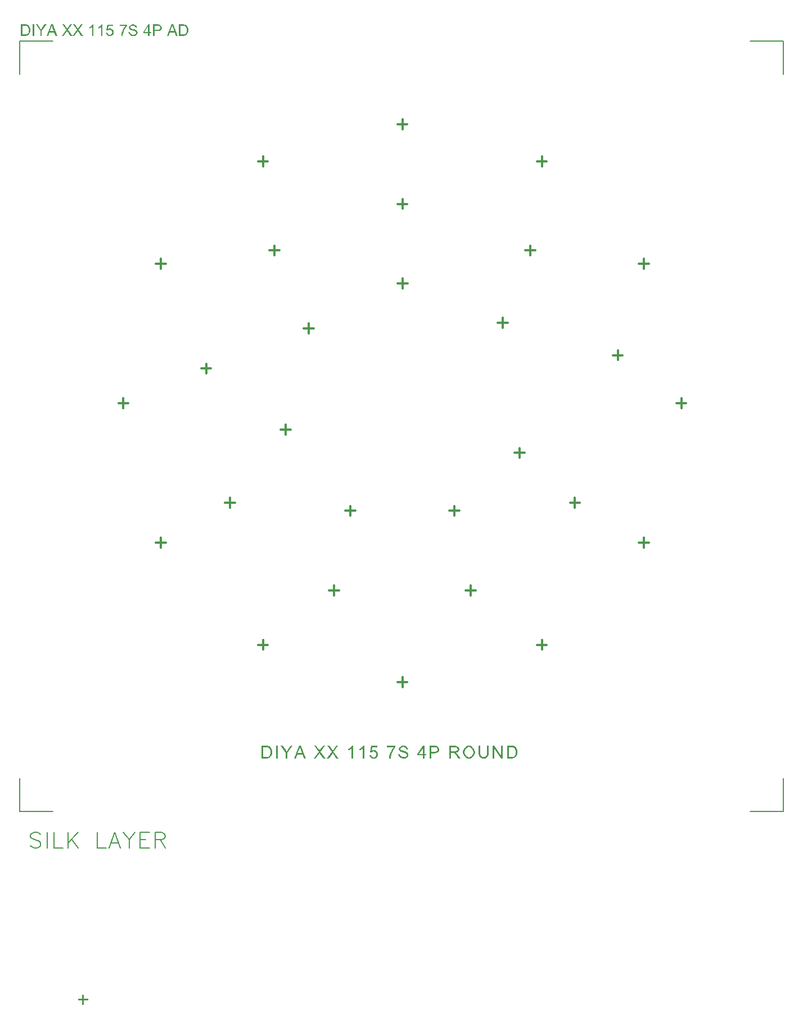
<source format=gbr>
G04 CAM350 V10.2.0 (Build 386) Date:  Sat Feb 01 15:25:49 2025 *
G04 Database: c:\users\comp1\desktop\ajinkya_\gerber data\round 115\round_pcb1.cam *
G04 Layer 37: ident *
%FSLAX24Y24*%
%MOIN*%
%SFA1.000B1.000*%

%MIA0B0*%
%IPPOS*%
%AMmoire1x1x0x0x2x90*
6,0,0,0.00000,0.02559,0.02000,0,0.01000,0.05906,270.00000*
%
%ADD15C,0.00790*%
%ADD309C,0.01181*%
%ADD405moire1x1x0x0x2x90*%
%LNident*%
%LPD*%
G36*
X-21862Y23338D02*
G01Y24020D01*
X-21772*
Y23338*
X-21862*
G37*
G36*
X-7439Y-19494D02*
G01Y-18737D01*
X-7339*
Y-19494*
X-7439*
G37*
G36*
X-17986Y23771D02*
G01Y23851D01*
X-17959Y23866*
X-17929Y23886*
X-17899Y23908*
X-17870Y23933*
X-17843Y23957*
X-17820Y23981*
X-17801Y24004*
X-17789Y24022*
X-17735*
Y23338*
X-17819*
Y23871*
X-17853Y23845*
X-17900Y23815*
X-17948Y23788*
X-17986Y23771*
G37*
G36*
X-18516D02*
G01Y23851D01*
X-18488Y23866*
X-18458Y23886*
X-18428Y23908*
X-18399Y23933*
X-18372Y23957*
X-18349Y23981*
X-18331Y24004*
X-18319Y24022*
X-18265*
Y23338*
X-18348*
Y23871*
X-18382Y23845*
X-18429Y23815*
X-18477Y23788*
X-18516Y23771*
G37*
G36*
X-2503Y-19014D02*
G01Y-18924D01*
X-2472Y-18907*
X-2439Y-18886*
X-2406Y-18861*
X-2374Y-18834*
X-2344Y-18806*
X-2318Y-18779*
X-2297Y-18755*
X-2284Y-18734*
X-2224*
Y-19494*
X-2317*
Y-18902*
X-2354Y-18931*
X-2407Y-18964*
X-2461Y-18994*
X-2503Y-19014*
G37*
G36*
X-3170D02*
G01Y-18924D01*
X-3139Y-18907*
X-3106Y-18886*
X-3073Y-18861*
X-3040Y-18834*
X-3010Y-18806*
X-2984Y-18779*
X-2964Y-18755*
X-2951Y-18734*
X-2891*
Y-19494*
X-2984*
Y-18902*
X-3021Y-18931*
X-3073Y-18964*
X-3127Y-18994*
X-3170Y-19014*
G37*
G36*
X-16722Y23930D02*
G01Y24011D01*
X-16281*
Y23946*
X-16308Y23912*
X-16339Y23868*
X-16373Y23814*
X-16406Y23755*
X-16439Y23693*
X-16468Y23633*
X-16492Y23576*
X-16509Y23526*
X-16520Y23482*
X-16529Y23436*
X-16536Y23388*
X-16541Y23338*
X-16627*
X-16625Y23362*
X-16621Y23391*
X-16604Y23464*
X-16578Y23549*
X-16545Y23641*
X-16506Y23731*
X-16465Y23813*
X-16424Y23882*
X-16406Y23909*
X-16389Y23930*
X-16722*
G37*
G36*
X-17521Y23517D02*
G01X-17433Y23524D01*
X-17427Y23500*
X-17416Y23477*
X-17401Y23455*
X-17383Y23436*
X-17364Y23419*
X-17343Y23407*
X-17322Y23398*
X-17302Y23396*
X-17279Y23399*
X-17255Y23411*
X-17231Y23428*
X-17208Y23450*
X-17188Y23476*
X-17173Y23504*
X-17162Y23533*
X-17158Y23562*
X-17162Y23589*
X-17172Y23616*
X-17188Y23642*
X-17207Y23666*
X-17229Y23686*
X-17254Y23702*
X-17279Y23712*
X-17304Y23716*
X-17320Y23714*
X-17338Y23710*
X-17374Y23694*
X-17406Y23673*
X-17419Y23661*
X-17428Y23650*
X-17506Y23660*
X-17440Y24010*
X-17102*
Y23930*
X-17374*
X-17410Y23747*
X-17379Y23766*
X-17363Y23773*
X-17347Y23779*
X-17331Y23784*
X-17315Y23787*
X-17298Y23789*
X-17282Y23790*
X-17265Y23789*
X-17247Y23784*
X-17229Y23778*
X-17211Y23769*
X-17176Y23746*
X-17142Y23716*
X-17113Y23682*
X-17090Y23645*
X-17082Y23626*
X-17075Y23607*
X-17071Y23588*
X-17070Y23569*
X-17071Y23546*
X-17073Y23525*
X-17077Y23503*
X-17083Y23483*
X-17091Y23463*
X-17100Y23445*
X-17111Y23427*
X-17124Y23410*
X-17141Y23390*
X-17159Y23373*
X-17180Y23359*
X-17201Y23348*
X-17224Y23338*
X-17249Y23332*
X-17275Y23328*
X-17302Y23327*
X-17320Y23328*
X-17338Y23332*
X-17375Y23344*
X-17410Y23364*
X-17444Y23390*
X-17473Y23419*
X-17497Y23451*
X-17513Y23484*
X-17519Y23501*
X-17521Y23517*
G37*
G36*
X-15327Y23501D02*
G01Y23578D01*
X-15016Y24020*
X-14948*
Y23578*
X-14856*
Y23501*
X-14948*
Y23338*
X-15031*
Y23501*
X-15327*
G37*
G36*
X-14736Y23338D02*
G01Y24020D01*
X-14480*
X-14420Y24018*
X-14396Y24016*
X-14376Y24013*
X-14350Y24005*
X-14322Y23990*
X-14295Y23969*
X-14269Y23943*
X-14248Y23913*
X-14231Y23881*
X-14220Y23850*
X-14217Y23822*
X-14218Y23806*
X-14222Y23789*
X-14228Y23771*
X-14236Y23753*
X-14259Y23719*
X-14274Y23702*
X-14290Y23686*
X-14308Y23671*
X-14328Y23658*
X-14349Y23646*
X-14371Y23635*
X-14395Y23627*
X-14419Y23621*
X-14445Y23617*
X-14472Y23615*
X-14646*
Y23338*
X-14736*
G37*
G36*
X-862Y-18836D02*
G01Y-18747D01*
X-372*
Y-18819*
X-402Y-18856*
X-437Y-18906*
X-474Y-18965*
X-511Y-19031*
X-547Y-19099*
X-580Y-19167*
X-606Y-19230*
X-625Y-19286*
X-638Y-19334*
X-648Y-19385*
X-656Y-19438*
X-661Y-19494*
X-756*
X-755Y-19468*
X-750Y-19435*
X-731Y-19354*
X-702Y-19260*
X-665Y-19158*
X-622Y-19058*
X-576Y-18966*
X-531Y-18890*
X-510Y-18860*
X-491Y-18836*
X-862*
G37*
G36*
X-1907Y-19295D02*
G01X-1810Y-19287D01*
X-1803Y-19314*
X-1791Y-19340*
X-1774Y-19364*
X-1754Y-19386*
X-1732Y-19404*
X-1709Y-19418*
X-1686Y-19427*
X-1664Y-19430*
X-1638Y-19426*
X-1611Y-19413*
X-1584Y-19394*
X-1559Y-19369*
X-1537Y-19341*
X-1520Y-19310*
X-1509Y-19278*
X-1504Y-19245*
X-1508Y-19215*
X-1520Y-19185*
X-1537Y-19156*
X-1558Y-19130*
X-1583Y-19108*
X-1610Y-19090*
X-1638Y-19078*
X-1666Y-19074*
X-1684Y-19076*
X-1704Y-19081*
X-1744Y-19099*
X-1780Y-19122*
X-1794Y-19135*
X-1804Y-19147*
X-1891Y-19136*
X-1818Y-18747*
X-1441*
Y-18836*
X-1743*
X-1784Y-19040*
X-1750Y-19019*
X-1732Y-19011*
X-1714Y-19004*
X-1696Y-18999*
X-1678Y-18995*
X-1660Y-18993*
X-1641Y-18992*
X-1622Y-18994*
X-1603Y-18998*
X-1583Y-19005*
X-1563Y-19015*
X-1523Y-19041*
X-1486Y-19074*
X-1454Y-19112*
X-1429Y-19153*
X-1419Y-19175*
X-1412Y-19196*
X-1407Y-19217*
X-1406Y-19237*
X-1407Y-19263*
X-1409Y-19287*
X-1414Y-19310*
X-1421Y-19333*
X-1429Y-19355*
X-1440Y-19376*
X-1452Y-19396*
X-1466Y-19415*
X-1485Y-19436*
X-1505Y-19455*
X-1528Y-19471*
X-1552Y-19484*
X-1577Y-19494*
X-1605Y-19501*
X-1634Y-19505*
X-1664Y-19507*
X-1684Y-19505*
X-1704Y-19501*
X-1745Y-19487*
X-1784Y-19465*
X-1821Y-19437*
X-1854Y-19404*
X-1880Y-19369*
X-1899Y-19332*
X-1904Y-19314*
X-1907Y-19295*
G37*
G36*
X-16195Y23557D02*
G01X-16110Y23565D01*
X-16104Y23538*
X-16090Y23510*
X-16069Y23483*
X-16042Y23459*
X-16010Y23438*
X-15975Y23422*
X-15941Y23411*
X-15909Y23408*
X-15881Y23410*
X-15851Y23418*
X-15822Y23431*
X-15794Y23447*
X-15772Y23466*
X-15754Y23486*
X-15744Y23506*
X-15740Y23523*
X-15742Y23536*
X-15747Y23550*
X-15754Y23563*
X-15764Y23577*
X-15776Y23590*
X-15789Y23602*
X-15804Y23612*
X-15820Y23620*
X-15866Y23633*
X-15943Y23654*
X-16021Y23676*
X-16052Y23687*
X-16073Y23695*
X-16091Y23707*
X-16108Y23723*
X-16125Y23741*
X-16139Y23761*
X-16152Y23783*
X-16161Y23804*
X-16167Y23824*
X-16169Y23843*
X-16168Y23857*
X-16164Y23872*
X-16157Y23888*
X-16148Y23904*
X-16137Y23921*
X-16123Y23937*
X-16090Y23968*
X-16051Y23994*
X-16009Y24014*
X-15967Y24027*
X-15948Y24030*
X-15929Y24031*
X-15910Y24030*
X-15889Y24026*
X-15867Y24021*
X-15844Y24013*
X-15800Y23992*
X-15779Y23979*
X-15759Y23964*
X-15741Y23948*
X-15725Y23931*
X-15710Y23914*
X-15698Y23896*
X-15688Y23878*
X-15680Y23860*
X-15676Y23843*
X-15674Y23828*
X-15760Y23821*
X-15766Y23845*
X-15778Y23869*
X-15795Y23891*
X-15816Y23911*
X-15841Y23927*
X-15868Y23940*
X-15896Y23949*
X-15926Y23952*
X-15956Y23949*
X-15985Y23942*
X-16011Y23930*
X-16035Y23916*
X-16055Y23900*
X-16069Y23883*
X-16079Y23866*
X-16082Y23850*
X-16081Y23832*
X-16076Y23816*
X-16068Y23802*
X-16056Y23789*
X-16038Y23779*
X-16006Y23767*
X-15918Y23741*
X-15828Y23716*
X-15769Y23697*
X-15747Y23684*
X-15726Y23667*
X-15707Y23647*
X-15689Y23624*
X-15674Y23600*
X-15663Y23576*
X-15656Y23552*
X-15653Y23531*
X-15655Y23516*
X-15659Y23500*
X-15666Y23483*
X-15676Y23466*
X-15688Y23448*
X-15702Y23430*
X-15737Y23397*
X-15778Y23368*
X-15822Y23346*
X-15844Y23338*
X-15865Y23332*
X-15886Y23328*
X-15905Y23327*
X-15929Y23328*
X-15954Y23332*
X-15979Y23338*
X-16005Y23347*
X-16030Y23357*
X-16055Y23370*
X-16078Y23385*
X-16100Y23402*
X-16121Y23420*
X-16139Y23439*
X-16155Y23459*
X-16169Y23479*
X-16180Y23500*
X-16188Y23520*
X-16193Y23539*
X-16195Y23557*
G37*
G36*
X-13203Y23338D02*
G01Y24020D01*
X-12968*
X-12931Y24019*
X-12898Y24017*
X-12870Y24014*
X-12847Y24010*
X-12819Y24002*
X-12793Y23991*
X-12769Y23977*
X-12747Y23961*
X-12727Y23940*
X-12708Y23911*
X-12690Y23877*
X-12673Y23839*
X-12660Y23799*
X-12649Y23758*
X-12642Y23719*
X-12640Y23683*
X-12642Y23651*
X-12648Y23617*
X-12657Y23582*
X-12669Y23548*
X-12685Y23514*
X-12702Y23483*
X-12722Y23455*
X-12744Y23430*
X-12768Y23407*
X-12794Y23389*
X-12821Y23373*
X-12848Y23360*
X-12877Y23350*
X-12905Y23344*
X-12932Y23339*
X-12957Y23338*
X-13203*
G37*
G36*
X-22564D02*
G01Y24020D01*
X-22330*
X-22293Y24019*
X-22260Y24017*
X-22232Y24014*
X-22209Y24010*
X-22181Y24002*
X-22154Y23991*
X-22131Y23977*
X-22109Y23961*
X-22089Y23940*
X-22069Y23911*
X-22051Y23877*
X-22035Y23839*
X-22021Y23799*
X-22011Y23758*
X-22004Y23719*
X-22001Y23683*
X-22004Y23651*
X-22009Y23617*
X-22019Y23582*
X-22031Y23548*
X-22046Y23514*
X-22064Y23483*
X-22084Y23455*
X-22105Y23430*
X-22130Y23407*
X-22155Y23389*
X-22182Y23373*
X-22210Y23360*
X-22239Y23350*
X-22267Y23344*
X-22294Y23339*
X-22319Y23338*
X-22564*
G37*
G36*
X924Y-19313D02*
G01Y-19227D01*
X1270Y-18737*
X1346*
Y-19227*
X1448*
Y-19313*
X1346*
Y-19494*
X1253*
Y-19313*
X924*
G37*
G36*
X-21684Y24020D02*
G01X-21574D01*
X-21440Y23814*
X-21404Y23757*
X-21370Y23699*
X-21337Y23756*
X-21296Y23819*
X-21164Y24020*
X-21059*
X-21331Y23627*
Y23338*
X-21421*
Y23627*
X-21684Y24020*
G37*
G36*
X-19514Y23338D02*
G01X-19251Y23693D01*
X-19483Y24020*
X-19375*
X-19252Y23845*
X-19219Y23797*
X-19197Y23761*
X-19172Y23799*
X-19143Y23839*
X-19006Y24020*
X-18908*
X-19147Y23699*
X-18890Y23338*
X-19001*
X-19173Y23581*
X-19202Y23627*
X-19235Y23576*
X-19406Y23338*
X-19514*
G37*
G36*
X-20149D02*
G01X-19885Y23693D01*
X-20117Y24020*
X-20010*
X-19887Y23845*
X-19854Y23797*
X-19832Y23761*
X-19807Y23799*
X-19778Y23839*
X-19641Y24020*
X-19543*
X-19782Y23699*
X-19524Y23338*
X-19636*
X-19807Y23581*
X-19837Y23627*
X-19869Y23576*
X-20040Y23338*
X-20149*
G37*
G36*
X-13912D02*
G01X-13651Y24020D01*
X-13554*
X-13275Y23338*
X-13378*
X-13457Y23545*
X-13742*
X-13817Y23338*
X-13912*
G37*
G36*
X-21053D02*
G01X-20792Y24020D01*
X-20694*
X-20416Y23338*
X-20518*
X-20598Y23545*
X-20883*
X-20957Y23338*
X-21053*
G37*
G36*
X1659Y-19494D02*
G01Y-18737D01*
X1945*
X2011Y-18739*
X2038Y-18741*
X2060Y-18744*
X2089Y-18753*
X2120Y-18769*
X2150Y-18793*
X2178Y-18822*
X2202Y-18855*
X2221Y-18890*
X2233Y-18925*
X2237Y-18956*
X2235Y-18975*
X2231Y-18994*
X2224Y-19013*
X2215Y-19033*
X2189Y-19071*
X2173Y-19090*
X2155Y-19107*
X2135Y-19124*
X2113Y-19139*
X2090Y-19152*
X2065Y-19164*
X2039Y-19173*
X2012Y-19180*
X1983Y-19185*
X1953Y-19186*
X1759*
Y-19494*
X1659*
G37*
G36*
X5400D02*
G01Y-18737D01*
X5503*
X5900Y-19331*
Y-18737*
X5996*
Y-19494*
X5894*
X5496Y-18899*
Y-19494*
X5400*
G37*
G36*
X4560Y-19174D02*
G01Y-18737D01*
X4661*
Y-19174*
X4664Y-19222*
X4675Y-19268*
X4683Y-19290*
X4693Y-19310*
X4704Y-19329*
X4717Y-19346*
X4748Y-19376*
X4764Y-19388*
X4781Y-19398*
X4817Y-19412*
X4834Y-19415*
X4851Y-19416*
X4871Y-19415*
X4891Y-19412*
X4911Y-19406*
X4929Y-19399*
X4947Y-19389*
X4964Y-19377*
X4980Y-19364*
X4995Y-19349*
X5008Y-19332*
X5020Y-19313*
X5039Y-19272*
X5046Y-19249*
X5051Y-19225*
X5054Y-19200*
X5055Y-19174*
Y-18737*
X5156*
Y-19174*
X5154Y-19203*
X5150Y-19233*
X5144Y-19262*
X5135Y-19292*
X5122Y-19321*
X5108Y-19348*
X5090Y-19375*
X5071Y-19400*
X5049Y-19423*
X5025Y-19444*
X4999Y-19462*
X4972Y-19478*
X4944Y-19490*
X4916Y-19499*
X4887Y-19505*
X4860Y-19507*
X4832Y-19505*
X4805Y-19500*
X4776Y-19491*
X4749Y-19480*
X4721Y-19466*
X4696Y-19448*
X4671Y-19428*
X4649Y-19405*
X4628Y-19381*
X4611Y-19354*
X4595Y-19326*
X4583Y-19297*
X4573Y-19267*
X4566Y-19236*
X4562Y-19205*
X4560Y-19174*
G37*
G36*
X-198Y-19251D02*
G01X-103Y-19242D01*
X-96Y-19272*
X-81Y-19303*
X-57Y-19333*
X-27Y-19360*
X8Y-19383*
X46Y-19401*
X85Y-19413*
X120Y-19417*
X151Y-19414*
X184Y-19405*
X217Y-19391*
X247Y-19373*
X273Y-19352*
X292Y-19330*
X304Y-19308*
X308Y-19288*
X306Y-19274*
X301Y-19259*
X292Y-19244*
X281Y-19228*
X268Y-19214*
X253Y-19201*
X236Y-19190*
X219Y-19181*
X168Y-19166*
X83Y-19143*
X-5Y-19118*
X-39Y-19107*
X-62Y-19097*
X-82Y-19084*
X-101Y-19067*
X-120Y-19047*
X-136Y-19024*
X-150Y-19000*
X-160Y-18976*
X-167Y-18954*
X-169Y-18933*
X-168Y-18918*
X-163Y-18901*
X-156Y-18883*
X-146Y-18865*
X-133Y-18847*
X-118Y-18829*
X-81Y-18794*
X-38Y-18765*
X9Y-18743*
X55Y-18729*
X77Y-18725*
X97Y-18724*
X119Y-18725*
X143Y-18729*
X167Y-18736*
X192Y-18744*
X241Y-18768*
X264Y-18782*
X286Y-18798*
X306Y-18816*
X325Y-18835*
X341Y-18855*
X355Y-18874*
X366Y-18895*
X374Y-18914*
X379Y-18933*
X382Y-18950*
X286Y-18957*
X279Y-18931*
X266Y-18905*
X247Y-18880*
X223Y-18858*
X196Y-18840*
X166Y-18825*
X134Y-18816*
X101Y-18812*
X68Y-18815*
X36Y-18824*
X6Y-18836*
X-20Y-18852*
X-42Y-18870*
X-58Y-18888*
X-69Y-18908*
X-73Y-18926*
X-71Y-18945*
X-65Y-18963*
X-56Y-18979*
X-43Y-18993*
X-23Y-19004*
X12Y-19017*
X110Y-19046*
X210Y-19074*
X275Y-19095*
X300Y-19110*
X323Y-19129*
X345Y-19151*
X365Y-19176*
X381Y-19203*
X393Y-19230*
X402Y-19256*
X404Y-19280*
X403Y-19296*
X398Y-19314*
X390Y-19333*
X379Y-19352*
X366Y-19372*
X350Y-19392*
X311Y-19429*
X266Y-19461*
X217Y-19486*
X193Y-19495*
X169Y-19501*
X146Y-19505*
X125Y-19507*
X98Y-19505*
X70Y-19501*
X42Y-19494*
X14Y-19485*
X-14Y-19473*
X-42Y-19458*
X-68Y-19442*
X-92Y-19423*
X-115Y-19403*
X-135Y-19382*
X-154Y-19360*
X-169Y-19337*
X-181Y-19315*
X-190Y-19292*
X-196Y-19271*
X-198Y-19251*
G37*
G36*
X6243Y-19494D02*
G01Y-18737D01*
X6504*
X6545Y-18738*
X6582Y-18740*
X6613Y-18743*
X6639Y-18748*
X6670Y-18757*
X6699Y-18769*
X6725Y-18784*
X6750Y-18802*
X6772Y-18826*
X6793Y-18858*
X6814Y-18896*
X6832Y-18938*
X6847Y-18982*
X6859Y-19027*
X6866Y-19071*
X6869Y-19111*
X6866Y-19146*
X6860Y-19184*
X6850Y-19223*
X6836Y-19261*
X6819Y-19298*
X6800Y-19333*
X6778Y-19364*
X6753Y-19392*
X6727Y-19417*
X6698Y-19438*
X6668Y-19456*
X6637Y-19469*
X6605Y-19481*
X6574Y-19488*
X6544Y-19493*
X6516Y-19494*
X6243*
G37*
G36*
X-8298D02*
G01Y-18737D01*
X-8038*
X-7996Y-18738*
X-7960Y-18740*
X-7929Y-18743*
X-7903Y-18748*
X-7872Y-18757*
X-7843Y-18769*
X-7816Y-18784*
X-7792Y-18802*
X-7770Y-18826*
X-7748Y-18858*
X-7728Y-18896*
X-7710Y-18938*
X-7695Y-18982*
X-7683Y-19027*
X-7676Y-19071*
X-7673Y-19111*
X-7675Y-19146*
X-7682Y-19184*
X-7692Y-19223*
X-7706Y-19261*
X-7723Y-19298*
X-7742Y-19333*
X-7764Y-19364*
X-7788Y-19392*
X-7815Y-19417*
X-7844Y-19438*
X-7874Y-19456*
X-7905Y-19469*
X-7936Y-19481*
X-7968Y-19488*
X-7998Y-19493*
X-8025Y-19494*
X-8298*
G37*
G36*
X2817D02*
G01Y-18737D01*
X3153*
X3203Y-18741*
X3228Y-18746*
X3252Y-18753*
X3276Y-18763*
X3298Y-18774*
X3319Y-18787*
X3339Y-18801*
X3357Y-18818*
X3374Y-18835*
X3388Y-18853*
X3400Y-18872*
X3409Y-18891*
X3416Y-18909*
X3420Y-18927*
X3422Y-18943*
X3421Y-18959*
X3417Y-18975*
X3404Y-19008*
X3383Y-19040*
X3356Y-19071*
X3324Y-19099*
X3288Y-19122*
X3249Y-19140*
X3229Y-19146*
X3209Y-19149*
X3244Y-19168*
X3269Y-19187*
X3291Y-19209*
X3312Y-19232*
X3332Y-19259*
X3352Y-19288*
X3484Y-19494*
X3358*
X3258Y-19336*
X3211Y-19269*
X3186Y-19240*
X3162Y-19213*
X3140Y-19193*
X3120Y-19177*
X3102Y-19167*
X3089Y-19161*
X3067Y-19159*
X3033Y-19158*
X2917*
Y-19494*
X2817*
G37*
G36*
X-7162Y-18737D02*
G01X-7040D01*
X-6891Y-18965*
X-6851Y-19029*
X-6814Y-19093*
X-6777Y-19030*
X-6732Y-18959*
X-6585Y-18737*
X-6468*
X-6770Y-19173*
Y-19494*
X-6870*
Y-19173*
X-7162Y-18737*
G37*
G36*
X-4437Y-19494D02*
G01X-4144Y-19099D01*
X-4402Y-18737*
X-4283*
X-4145Y-18931*
X-4109Y-18985*
X-4084Y-19024*
X-4057Y-18982*
X-4025Y-18938*
X-3872Y-18737*
X-3763*
X-4029Y-19094*
X-3743Y-19494*
X-3867*
X-4057Y-19224*
X-4090Y-19173*
X-4126Y-19230*
X-4316Y-19494*
X-4437*
G37*
G36*
X-5220D02*
G01X-4928Y-19099D01*
X-5186Y-18737*
X-5067*
X-4929Y-18931*
X-4893Y-18985*
X-4868Y-19024*
X-4841Y-18982*
X-4808Y-18938*
X-4656Y-18737*
X-4547*
X-4813Y-19094*
X-4527Y-19494*
X-4651*
X-4841Y-19224*
X-4874Y-19173*
X-4910Y-19230*
X-5100Y-19494*
X-5220*
G37*
G36*
X-6383D02*
G01X-6092Y-18737D01*
X-5984*
X-5675Y-19494*
X-5789*
X-5877Y-19265*
X-6193*
X-6277Y-19494*
X-6383*
G37*
G36*
X3627Y-19125D02*
G01X3630Y-19090D01*
X3636Y-19054*
X3647Y-19018*
X3661Y-18983*
X3679Y-18949*
X3700Y-18916*
X3723Y-18884*
X3748Y-18854*
X3776Y-18826*
X3805Y-18801*
X3835Y-18779*
X3866Y-18760*
X3897Y-18745*
X3928Y-18733*
X3959Y-18726*
X3990Y-18724*
X4017Y-18726*
X4047Y-18733*
X4078Y-18744*
X4110Y-18759*
X4141Y-18779*
X4173Y-18801*
X4203Y-18827*
X4231Y-18856*
X4257Y-18887*
X4281Y-18919*
X4301Y-18953*
X4319Y-18987*
X4333Y-19021*
X4343Y-19055*
X4349Y-19087*
X4351Y-19116*
X4349Y-19147*
X4342Y-19179*
X4332Y-19213*
X4318Y-19248*
X4300Y-19282*
X4278Y-19316*
X4254Y-19348*
X4228Y-19379*
X4199Y-19407*
X4169Y-19432*
X4137Y-19454*
X4106Y-19473*
X4074Y-19487*
X4044Y-19498*
X4015Y-19504*
X3989Y-19507*
X3961Y-19504*
X3931Y-19497*
X3899Y-19486*
X3867Y-19470*
X3835Y-19451*
X3804Y-19428*
X3774Y-19402*
X3746Y-19374*
X3720Y-19343*
X3696Y-19311*
X3676Y-19279*
X3659Y-19245*
X3645Y-19213*
X3635Y-19181*
X3629Y-19152*
X3627Y-19125*
G37*
%LPC*%
G36*
X-15031Y23578D02*
G01Y23885D01*
X-15245Y23578*
X-15031*
G37*
G36*
X-14470Y23696D02*
G01X-14438Y23699D01*
X-14408Y23707*
X-14381Y23719*
X-14357Y23736*
X-14337Y23754*
X-14322Y23775*
X-14313Y23797*
X-14310Y23820*
X-14312Y23836*
X-14317Y23854*
X-14325Y23872*
X-14336Y23889*
X-14348Y23904*
X-14361Y23917*
X-14375Y23927*
X-14388Y23933*
X-14402Y23936*
X-14420Y23938*
X-14472Y23939*
X-14646*
Y23696*
X-14470*
G37*
G36*
X-12967Y23419D02*
G01X-12942Y23420D01*
X-12916Y23423*
X-12867Y23434*
X-12827Y23449*
X-12812Y23458*
X-12800Y23467*
X-12788Y23482*
X-12776Y23503*
X-12765Y23529*
X-12755Y23558*
X-12746Y23590*
X-12739Y23622*
X-12734Y23654*
X-12733Y23684*
X-12736Y23724*
X-12745Y23764*
X-12758Y23802*
X-12774Y23837*
X-12793Y23868*
X-12813Y23894*
X-12834Y23914*
X-12853Y23925*
X-12874Y23931*
X-12900Y23936*
X-12932Y23938*
X-12970Y23939*
X-13113*
Y23419*
X-12967*
G37*
G36*
X-22329D02*
G01X-22303Y23420D01*
X-22278Y23423*
X-22229Y23434*
X-22188Y23449*
X-22173Y23458*
X-22162Y23467*
X-22150Y23482*
X-22138Y23503*
X-22127Y23529*
X-22116Y23558*
X-22107Y23590*
X-22100Y23622*
X-22096Y23654*
X-22094Y23684*
X-22098Y23724*
X-22106Y23764*
X-22119Y23802*
X-22136Y23837*
X-22155Y23868*
X-22175Y23894*
X-22195Y23914*
X-22215Y23925*
X-22236Y23931*
X-22262Y23936*
X-22294Y23938*
X-22331Y23939*
X-22474*
Y23419*
X-22329*
G37*
G36*
X1253Y-19227D02*
G01Y-18886D01*
X1016Y-19227*
X1253*
G37*
G36*
X-13485Y23618D02*
G01X-13556Y23807D01*
X-13584Y23885*
X-13604Y23948*
X-13612Y23915*
X-13620Y23883*
X-13630Y23850*
X-13641Y23818*
X-13716Y23618*
X-13485*
G37*
G36*
X-20626D02*
G01X-20697Y23807D01*
X-20725Y23885*
X-20745Y23948*
X-20752Y23915*
X-20761Y23883*
X-20771Y23850*
X-20782Y23818*
X-20857Y23618*
X-20626*
G37*
G36*
X1955Y-19097D02*
G01X1990Y-19094D01*
X2024Y-19085*
X2054Y-19071*
X2081Y-19053*
X2102Y-19031*
X2119Y-19008*
X2130Y-18984*
X2134Y-18959*
X2131Y-18940*
X2125Y-18921*
X2116Y-18901*
X2105Y-18882*
X2091Y-18865*
X2076Y-18851*
X2061Y-18840*
X2046Y-18833*
X2031Y-18830*
X2010Y-18828*
X1953Y-18826*
X1759*
Y-19097*
X1955*
G37*
G36*
X6505Y-19404D02*
G01X6533Y-19403D01*
X6562Y-19400*
X6616Y-19387*
X6661Y-19370*
X6678Y-19361*
X6690Y-19351*
X6704Y-19334*
X6717Y-19311*
X6730Y-19282*
X6741Y-19249*
X6751Y-19214*
X6759Y-19179*
X6764Y-19143*
X6766Y-19110*
X6762Y-19065*
X6752Y-19021*
X6738Y-18979*
X6720Y-18939*
X6699Y-18905*
X6676Y-18876*
X6654Y-18855*
X6632Y-18842*
X6609Y-18835*
X6579Y-18830*
X6544Y-18827*
X6502Y-18826*
X6343*
Y-19404*
X6505*
G37*
G36*
X-8037D02*
G01X-8008Y-19403D01*
X-7980Y-19400*
X-7926Y-19387*
X-7881Y-19370*
X-7864Y-19361*
X-7851Y-19351*
X-7838Y-19334*
X-7825Y-19311*
X-7812Y-19282*
X-7800Y-19249*
X-7791Y-19214*
X-7783Y-19179*
X-7778Y-19143*
X-7776Y-19110*
X-7780Y-19065*
X-7789Y-19021*
X-7804Y-18979*
X-7822Y-18939*
X-7843Y-18905*
X-7865Y-18876*
X-7888Y-18855*
X-7910Y-18842*
X-7933Y-18835*
X-7962Y-18830*
X-7998Y-18827*
X-8039Y-18826*
X-8198*
Y-19404*
X-8037*
G37*
G36*
X3132Y-19071D02*
G01X3167Y-19068D01*
X3202Y-19060*
X3234Y-19047*
X3263Y-19030*
X3286Y-19009*
X3304Y-18987*
X3315Y-18964*
X3319Y-18943*
X3315Y-18923*
X3305Y-18902*
X3290Y-18881*
X3269Y-18862*
X3245Y-18845*
X3217Y-18832*
X3188Y-18824*
X3157Y-18821*
X2917*
Y-19071*
X3132*
G37*
G36*
X-5908Y-19183D02*
G01X-5987Y-18973D01*
X-6019Y-18886*
X-6041Y-18816*
X-6049Y-18853*
X-6058Y-18889*
X-6069Y-18925*
X-6082Y-18961*
X-6165Y-19183*
X-5908*
G37*
G36*
X3732Y-19153D02*
G01X3737Y-19179D01*
X3745Y-19205*
X3755Y-19231*
X3768Y-19256*
X3783Y-19280*
X3818Y-19325*
X3837Y-19346*
X3858Y-19364*
X3879Y-19380*
X3901Y-19394*
X3923Y-19406*
X3946Y-19414*
X3967Y-19419*
X3989Y-19421*
X4010Y-19419*
X4032Y-19414*
X4054Y-19405*
X4077Y-19394*
X4099Y-19380*
X4120Y-19363*
X4141Y-19344*
X4161Y-19323*
X4195Y-19277*
X4210Y-19252*
X4223Y-19225*
X4233Y-19198*
X4241Y-19171*
X4246Y-19143*
X4248Y-19116*
X4246Y-19092*
X4242Y-19066*
X4235Y-19040*
X4225Y-19013*
X4212Y-18986*
X4198Y-18960*
X4181Y-18935*
X4162Y-18911*
X4142Y-18889*
X4121Y-18869*
X4098Y-18852*
X4076Y-18837*
X4053Y-18826*
X4031Y-18817*
X4010Y-18812*
X3990Y-18810*
X3970Y-18812*
X3948Y-18817*
X3927Y-18825*
X3905Y-18835*
X3883Y-18849*
X3861Y-18865*
X3840Y-18884*
X3820Y-18904*
X3802Y-18927*
X3784Y-18952*
X3769Y-18978*
X3756Y-19005*
X3745Y-19034*
X3737Y-19064*
X3732Y-19095*
X3731Y-19127*
X3732Y-19153*
G37*
%LPD*%
G54D405*
X-18883Y-33790D03*
G54D15*
X20669Y-22638D02*
G01X22638D01*
Y-20669*
X-22638D02*
G01Y-22638D01*
X-20670*
G01X-21402Y-24014D02*
X-21488Y-23928D01*
X-21618Y-23885D01*
X-21790D01*
X-21919Y-23928D01*
X-22005Y-24014D01*
Y-24100D01*
X-21962Y-24187D01*
X-21919Y-24230D01*
X-21833Y-24273D01*
X-21574Y-24359D01*
X-21488Y-24402D01*
X-21445Y-24445D01*
X-21402Y-24531D01*
Y-24660D01*
X-21488Y-24746D01*
X-21618Y-24789D01*
X-21790D01*
X-21919Y-24746D01*
X-22005Y-24660D01*
X-21022Y-23885D02*
Y-24789D01*
X-20599Y-23885D02*
Y-24789D01*
Y-24789D02*
X-20082D01*
X-19788Y-23885D02*
Y-24789D01*
X-19185Y-23885D02*
X-19788Y-24488D01*
X-19573Y-24273D02*
X-19185Y-24789D01*
X-18037Y-23885D02*
Y-24789D01*
Y-24789D02*
X-17521D01*
X-17011Y-23885D02*
X-17356Y-24789D01*
X-17011Y-23885D02*
X-16667Y-24789D01*
X-17227Y-24488D02*
X-16796D01*
X-16502Y-23885D02*
X-16157Y-24316D01*
Y-24789D01*
X-15813Y-23885D02*
X-16157Y-24316D01*
X-15519Y-23885D02*
Y-24789D01*
Y-23885D02*
X-14959D01*
X-15519Y-24316D02*
X-15174D01*
X-15519Y-24789D02*
X-14959D01*
X-14622Y-23885D02*
Y-24789D01*
Y-23885D02*
X-14234D01*
X-14105Y-23928D01*
X-14062Y-23971D01*
X-14019Y-24057D01*
Y-24143D01*
X-14062Y-24230D01*
X-14105Y-24273D01*
X-14234Y-24316D01*
X-14622D01*
X-14321D02*
X-14019Y-24789D01*
X20669Y23031D02*
G01X22638D01*
Y21063*
X-20669Y23031D02*
G01X-22638D01*
Y21063*
G54D309*
X-6870Y288D02*
G01Y-303D01*
X-6575Y-7D02*
G01X-7165D01*
X-5501Y6282D02*
G01Y5691D01*
X-5205Y5987D02*
G01X-5796D01*
X47Y8949D02*
G01Y8359D01*
X342Y8654D02*
G01X-248D01*
X5983Y6636D02*
G01Y6046D01*
X6278Y6341D02*
G01X5687D01*
X6981Y-1088D02*
G01Y-1679D01*
X7277Y-1383D02*
G01X6686D01*
X3110Y-4524D02*
G01Y-5114D01*
X3406Y-4819D02*
G01X2815D01*
X-3038Y-4521D02*
G01Y-5111D01*
X-2743Y-4816D02*
G01X-3333D01*
X-7553Y10910D02*
G01Y10320D01*
X-7257Y10615D02*
G01X-7848D01*
X39Y13674D02*
G01Y13083D01*
X335Y13378D02*
G01X-256D01*
X7631Y10910D02*
G01Y10320D01*
X7927Y10615D02*
G01X7336D01*
X12808Y4705D02*
G01Y4115D01*
X13103Y4410D02*
G01X12513D01*
X10268Y-4043D02*
G01Y-4633D01*
X10563Y-4338D02*
G01X9973D01*
X4079Y-9236D02*
G01Y-9827D01*
X4374Y-9531D02*
G01X3784D01*
X-4000Y-9236D02*
G01Y-9827D01*
X-3705Y-9531D02*
G01X-4295D01*
X-10189Y-4043D02*
G01Y-4633D01*
X-9894Y-4338D02*
G01X-10484D01*
X-11592Y3914D02*
G01Y3323D01*
X-11297Y3618D02*
G01X-11887D01*
X-14281Y10130D02*
G01Y9540D01*
X-13985Y9835D02*
G01X-14576D01*
X-8228Y16183D02*
G01Y15592D01*
X-7933Y15888D02*
G01X-8524D01*
X39Y18398D02*
G01Y17808D01*
X335Y18103D02*
G01X-256D01*
X8307Y16183D02*
G01Y15592D01*
X8602Y15888D02*
G01X8012D01*
X14359Y10130D02*
G01Y9540D01*
X14655Y9835D02*
G01X14064D01*
X16575Y1863D02*
G01Y1272D01*
X16870Y1567D02*
G01X16280D01*
X14359Y-6405D02*
G01Y-6996D01*
X14655Y-6700D02*
G01X14064D01*
X8307Y-12457D02*
G01Y-13048D01*
X8602Y-12753D02*
G01X8012D01*
X39Y-14673D02*
G01Y-15263D01*
X335Y-14968D02*
G01X-256D01*
X-8228Y-12457D02*
G01Y-13048D01*
X-7933Y-12753D02*
G01X-8524D01*
X-14281Y-6405D02*
G01Y-6996D01*
X-13985Y-6700D02*
G01X-14576D01*
X-16496Y1863D02*
G01Y1272D01*
X-16201Y1567D02*
G01X-16791D01*
M02*

</source>
